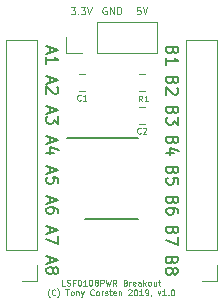
<source format=gbr>
G04 #@! TF.GenerationSoftware,KiCad,Pcbnew,(5.0.2)-1*
G04 #@! TF.CreationDate,2019-08-04T21:59:47-04:00*
G04 #@! TF.ProjectId,LSF0108PWR_Breakout,4c534630-3130-4385-9057-525f42726561,rev?*
G04 #@! TF.SameCoordinates,Original*
G04 #@! TF.FileFunction,Legend,Top*
G04 #@! TF.FilePolarity,Positive*
%FSLAX46Y46*%
G04 Gerber Fmt 4.6, Leading zero omitted, Abs format (unit mm)*
G04 Created by KiCad (PCBNEW (5.0.2)-1) date 8/4/2019 9:59:47 PM*
%MOMM*%
%LPD*%
G01*
G04 APERTURE LIST*
%ADD10C,0.150000*%
%ADD11C,0.050000*%
%ADD12C,0.070000*%
%ADD13C,0.120000*%
%ADD14C,0.060000*%
G04 APERTURE END LIST*
D10*
X126833333Y-80565714D02*
X126833333Y-81041904D01*
X126547619Y-80470476D02*
X127547619Y-80803809D01*
X126547619Y-81137142D01*
X127547619Y-81375238D02*
X127547619Y-81994285D01*
X127166666Y-81660952D01*
X127166666Y-81803809D01*
X127119047Y-81899047D01*
X127071428Y-81946666D01*
X126976190Y-81994285D01*
X126738095Y-81994285D01*
X126642857Y-81946666D01*
X126595238Y-81899047D01*
X126547619Y-81803809D01*
X126547619Y-81518095D01*
X126595238Y-81422857D01*
X126642857Y-81375238D01*
X126833333Y-83105714D02*
X126833333Y-83581904D01*
X126547619Y-83010476D02*
X127547619Y-83343809D01*
X126547619Y-83677142D01*
X127214285Y-84439047D02*
X126547619Y-84439047D01*
X127595238Y-84200952D02*
X126880952Y-83962857D01*
X126880952Y-84581904D01*
D11*
X128147452Y-95711190D02*
X127909357Y-95711190D01*
X127909357Y-95211190D01*
X128290309Y-95687380D02*
X128361738Y-95711190D01*
X128480785Y-95711190D01*
X128528404Y-95687380D01*
X128552214Y-95663571D01*
X128576023Y-95615952D01*
X128576023Y-95568333D01*
X128552214Y-95520714D01*
X128528404Y-95496904D01*
X128480785Y-95473095D01*
X128385547Y-95449285D01*
X128337928Y-95425476D01*
X128314119Y-95401666D01*
X128290309Y-95354047D01*
X128290309Y-95306428D01*
X128314119Y-95258809D01*
X128337928Y-95235000D01*
X128385547Y-95211190D01*
X128504595Y-95211190D01*
X128576023Y-95235000D01*
X128956976Y-95449285D02*
X128790309Y-95449285D01*
X128790309Y-95711190D02*
X128790309Y-95211190D01*
X129028404Y-95211190D01*
X129314119Y-95211190D02*
X129361738Y-95211190D01*
X129409357Y-95235000D01*
X129433166Y-95258809D01*
X129456976Y-95306428D01*
X129480785Y-95401666D01*
X129480785Y-95520714D01*
X129456976Y-95615952D01*
X129433166Y-95663571D01*
X129409357Y-95687380D01*
X129361738Y-95711190D01*
X129314119Y-95711190D01*
X129266500Y-95687380D01*
X129242690Y-95663571D01*
X129218880Y-95615952D01*
X129195071Y-95520714D01*
X129195071Y-95401666D01*
X129218880Y-95306428D01*
X129242690Y-95258809D01*
X129266500Y-95235000D01*
X129314119Y-95211190D01*
X129956976Y-95711190D02*
X129671261Y-95711190D01*
X129814119Y-95711190D02*
X129814119Y-95211190D01*
X129766500Y-95282619D01*
X129718880Y-95330238D01*
X129671261Y-95354047D01*
X130266500Y-95211190D02*
X130314119Y-95211190D01*
X130361738Y-95235000D01*
X130385547Y-95258809D01*
X130409357Y-95306428D01*
X130433166Y-95401666D01*
X130433166Y-95520714D01*
X130409357Y-95615952D01*
X130385547Y-95663571D01*
X130361738Y-95687380D01*
X130314119Y-95711190D01*
X130266500Y-95711190D01*
X130218880Y-95687380D01*
X130195071Y-95663571D01*
X130171261Y-95615952D01*
X130147452Y-95520714D01*
X130147452Y-95401666D01*
X130171261Y-95306428D01*
X130195071Y-95258809D01*
X130218880Y-95235000D01*
X130266500Y-95211190D01*
X130718880Y-95425476D02*
X130671261Y-95401666D01*
X130647452Y-95377857D01*
X130623642Y-95330238D01*
X130623642Y-95306428D01*
X130647452Y-95258809D01*
X130671261Y-95235000D01*
X130718880Y-95211190D01*
X130814119Y-95211190D01*
X130861738Y-95235000D01*
X130885547Y-95258809D01*
X130909357Y-95306428D01*
X130909357Y-95330238D01*
X130885547Y-95377857D01*
X130861738Y-95401666D01*
X130814119Y-95425476D01*
X130718880Y-95425476D01*
X130671261Y-95449285D01*
X130647452Y-95473095D01*
X130623642Y-95520714D01*
X130623642Y-95615952D01*
X130647452Y-95663571D01*
X130671261Y-95687380D01*
X130718880Y-95711190D01*
X130814119Y-95711190D01*
X130861738Y-95687380D01*
X130885547Y-95663571D01*
X130909357Y-95615952D01*
X130909357Y-95520714D01*
X130885547Y-95473095D01*
X130861738Y-95449285D01*
X130814119Y-95425476D01*
X131123642Y-95711190D02*
X131123642Y-95211190D01*
X131314119Y-95211190D01*
X131361738Y-95235000D01*
X131385547Y-95258809D01*
X131409357Y-95306428D01*
X131409357Y-95377857D01*
X131385547Y-95425476D01*
X131361738Y-95449285D01*
X131314119Y-95473095D01*
X131123642Y-95473095D01*
X131576023Y-95211190D02*
X131695071Y-95711190D01*
X131790309Y-95354047D01*
X131885547Y-95711190D01*
X132004595Y-95211190D01*
X132480785Y-95711190D02*
X132314119Y-95473095D01*
X132195071Y-95711190D02*
X132195071Y-95211190D01*
X132385547Y-95211190D01*
X132433166Y-95235000D01*
X132456976Y-95258809D01*
X132480785Y-95306428D01*
X132480785Y-95377857D01*
X132456976Y-95425476D01*
X132433166Y-95449285D01*
X132385547Y-95473095D01*
X132195071Y-95473095D01*
X133242690Y-95449285D02*
X133314119Y-95473095D01*
X133337928Y-95496904D01*
X133361738Y-95544523D01*
X133361738Y-95615952D01*
X133337928Y-95663571D01*
X133314119Y-95687380D01*
X133266500Y-95711190D01*
X133076023Y-95711190D01*
X133076023Y-95211190D01*
X133242690Y-95211190D01*
X133290309Y-95235000D01*
X133314119Y-95258809D01*
X133337928Y-95306428D01*
X133337928Y-95354047D01*
X133314119Y-95401666D01*
X133290309Y-95425476D01*
X133242690Y-95449285D01*
X133076023Y-95449285D01*
X133576023Y-95711190D02*
X133576023Y-95377857D01*
X133576023Y-95473095D02*
X133599833Y-95425476D01*
X133623642Y-95401666D01*
X133671261Y-95377857D01*
X133718880Y-95377857D01*
X134076023Y-95687380D02*
X134028404Y-95711190D01*
X133933166Y-95711190D01*
X133885547Y-95687380D01*
X133861738Y-95639761D01*
X133861738Y-95449285D01*
X133885547Y-95401666D01*
X133933166Y-95377857D01*
X134028404Y-95377857D01*
X134076023Y-95401666D01*
X134099833Y-95449285D01*
X134099833Y-95496904D01*
X133861738Y-95544523D01*
X134528404Y-95711190D02*
X134528404Y-95449285D01*
X134504595Y-95401666D01*
X134456976Y-95377857D01*
X134361738Y-95377857D01*
X134314119Y-95401666D01*
X134528404Y-95687380D02*
X134480785Y-95711190D01*
X134361738Y-95711190D01*
X134314119Y-95687380D01*
X134290309Y-95639761D01*
X134290309Y-95592142D01*
X134314119Y-95544523D01*
X134361738Y-95520714D01*
X134480785Y-95520714D01*
X134528404Y-95496904D01*
X134766500Y-95711190D02*
X134766500Y-95211190D01*
X134814119Y-95520714D02*
X134956976Y-95711190D01*
X134956976Y-95377857D02*
X134766500Y-95568333D01*
X135242690Y-95711190D02*
X135195071Y-95687380D01*
X135171261Y-95663571D01*
X135147452Y-95615952D01*
X135147452Y-95473095D01*
X135171261Y-95425476D01*
X135195071Y-95401666D01*
X135242690Y-95377857D01*
X135314119Y-95377857D01*
X135361738Y-95401666D01*
X135385547Y-95425476D01*
X135409357Y-95473095D01*
X135409357Y-95615952D01*
X135385547Y-95663571D01*
X135361738Y-95687380D01*
X135314119Y-95711190D01*
X135242690Y-95711190D01*
X135837928Y-95377857D02*
X135837928Y-95711190D01*
X135623642Y-95377857D02*
X135623642Y-95639761D01*
X135647452Y-95687380D01*
X135695071Y-95711190D01*
X135766500Y-95711190D01*
X135814119Y-95687380D01*
X135837928Y-95663571D01*
X136004595Y-95377857D02*
X136195071Y-95377857D01*
X136076023Y-95211190D02*
X136076023Y-95639761D01*
X136099833Y-95687380D01*
X136147452Y-95711190D01*
X136195071Y-95711190D01*
X126826023Y-96701666D02*
X126802214Y-96677857D01*
X126754595Y-96606428D01*
X126730785Y-96558809D01*
X126706976Y-96487380D01*
X126683166Y-96368333D01*
X126683166Y-96273095D01*
X126706976Y-96154047D01*
X126730785Y-96082619D01*
X126754595Y-96035000D01*
X126802214Y-95963571D01*
X126826023Y-95939761D01*
X127302214Y-96463571D02*
X127278404Y-96487380D01*
X127206976Y-96511190D01*
X127159357Y-96511190D01*
X127087928Y-96487380D01*
X127040309Y-96439761D01*
X127016500Y-96392142D01*
X126992690Y-96296904D01*
X126992690Y-96225476D01*
X127016500Y-96130238D01*
X127040309Y-96082619D01*
X127087928Y-96035000D01*
X127159357Y-96011190D01*
X127206976Y-96011190D01*
X127278404Y-96035000D01*
X127302214Y-96058809D01*
X127468880Y-96701666D02*
X127492690Y-96677857D01*
X127540309Y-96606428D01*
X127564119Y-96558809D01*
X127587928Y-96487380D01*
X127611738Y-96368333D01*
X127611738Y-96273095D01*
X127587928Y-96154047D01*
X127564119Y-96082619D01*
X127540309Y-96035000D01*
X127492690Y-95963571D01*
X127468880Y-95939761D01*
X128159357Y-96011190D02*
X128445071Y-96011190D01*
X128302214Y-96511190D02*
X128302214Y-96011190D01*
X128683166Y-96511190D02*
X128635547Y-96487380D01*
X128611738Y-96463571D01*
X128587928Y-96415952D01*
X128587928Y-96273095D01*
X128611738Y-96225476D01*
X128635547Y-96201666D01*
X128683166Y-96177857D01*
X128754595Y-96177857D01*
X128802214Y-96201666D01*
X128826023Y-96225476D01*
X128849833Y-96273095D01*
X128849833Y-96415952D01*
X128826023Y-96463571D01*
X128802214Y-96487380D01*
X128754595Y-96511190D01*
X128683166Y-96511190D01*
X129064119Y-96177857D02*
X129064119Y-96511190D01*
X129064119Y-96225476D02*
X129087928Y-96201666D01*
X129135547Y-96177857D01*
X129206976Y-96177857D01*
X129254595Y-96201666D01*
X129278404Y-96249285D01*
X129278404Y-96511190D01*
X129468880Y-96177857D02*
X129587928Y-96511190D01*
X129706976Y-96177857D02*
X129587928Y-96511190D01*
X129540309Y-96630238D01*
X129516500Y-96654047D01*
X129468880Y-96677857D01*
X130564119Y-96463571D02*
X130540309Y-96487380D01*
X130468880Y-96511190D01*
X130421261Y-96511190D01*
X130349833Y-96487380D01*
X130302214Y-96439761D01*
X130278404Y-96392142D01*
X130254595Y-96296904D01*
X130254595Y-96225476D01*
X130278404Y-96130238D01*
X130302214Y-96082619D01*
X130349833Y-96035000D01*
X130421261Y-96011190D01*
X130468880Y-96011190D01*
X130540309Y-96035000D01*
X130564119Y-96058809D01*
X130849833Y-96511190D02*
X130802214Y-96487380D01*
X130778404Y-96463571D01*
X130754595Y-96415952D01*
X130754595Y-96273095D01*
X130778404Y-96225476D01*
X130802214Y-96201666D01*
X130849833Y-96177857D01*
X130921261Y-96177857D01*
X130968880Y-96201666D01*
X130992690Y-96225476D01*
X131016500Y-96273095D01*
X131016500Y-96415952D01*
X130992690Y-96463571D01*
X130968880Y-96487380D01*
X130921261Y-96511190D01*
X130849833Y-96511190D01*
X131230785Y-96511190D02*
X131230785Y-96177857D01*
X131230785Y-96273095D02*
X131254595Y-96225476D01*
X131278404Y-96201666D01*
X131326023Y-96177857D01*
X131373642Y-96177857D01*
X131516500Y-96487380D02*
X131564119Y-96511190D01*
X131659357Y-96511190D01*
X131706976Y-96487380D01*
X131730785Y-96439761D01*
X131730785Y-96415952D01*
X131706976Y-96368333D01*
X131659357Y-96344523D01*
X131587928Y-96344523D01*
X131540309Y-96320714D01*
X131516500Y-96273095D01*
X131516500Y-96249285D01*
X131540309Y-96201666D01*
X131587928Y-96177857D01*
X131659357Y-96177857D01*
X131706976Y-96201666D01*
X131873642Y-96177857D02*
X132064119Y-96177857D01*
X131945071Y-96011190D02*
X131945071Y-96439761D01*
X131968880Y-96487380D01*
X132016500Y-96511190D01*
X132064119Y-96511190D01*
X132421261Y-96487380D02*
X132373642Y-96511190D01*
X132278404Y-96511190D01*
X132230785Y-96487380D01*
X132206976Y-96439761D01*
X132206976Y-96249285D01*
X132230785Y-96201666D01*
X132278404Y-96177857D01*
X132373642Y-96177857D01*
X132421261Y-96201666D01*
X132445071Y-96249285D01*
X132445071Y-96296904D01*
X132206976Y-96344523D01*
X132659357Y-96177857D02*
X132659357Y-96511190D01*
X132659357Y-96225476D02*
X132683166Y-96201666D01*
X132730785Y-96177857D01*
X132802214Y-96177857D01*
X132849833Y-96201666D01*
X132873642Y-96249285D01*
X132873642Y-96511190D01*
X133468880Y-96058809D02*
X133492690Y-96035000D01*
X133540309Y-96011190D01*
X133659357Y-96011190D01*
X133706976Y-96035000D01*
X133730785Y-96058809D01*
X133754595Y-96106428D01*
X133754595Y-96154047D01*
X133730785Y-96225476D01*
X133445071Y-96511190D01*
X133754595Y-96511190D01*
X134064119Y-96011190D02*
X134111738Y-96011190D01*
X134159357Y-96035000D01*
X134183166Y-96058809D01*
X134206976Y-96106428D01*
X134230785Y-96201666D01*
X134230785Y-96320714D01*
X134206976Y-96415952D01*
X134183166Y-96463571D01*
X134159357Y-96487380D01*
X134111738Y-96511190D01*
X134064119Y-96511190D01*
X134016500Y-96487380D01*
X133992690Y-96463571D01*
X133968880Y-96415952D01*
X133945071Y-96320714D01*
X133945071Y-96201666D01*
X133968880Y-96106428D01*
X133992690Y-96058809D01*
X134016500Y-96035000D01*
X134064119Y-96011190D01*
X134706976Y-96511190D02*
X134421261Y-96511190D01*
X134564119Y-96511190D02*
X134564119Y-96011190D01*
X134516500Y-96082619D01*
X134468880Y-96130238D01*
X134421261Y-96154047D01*
X134945071Y-96511190D02*
X135040309Y-96511190D01*
X135087928Y-96487380D01*
X135111738Y-96463571D01*
X135159357Y-96392142D01*
X135183166Y-96296904D01*
X135183166Y-96106428D01*
X135159357Y-96058809D01*
X135135547Y-96035000D01*
X135087928Y-96011190D01*
X134992690Y-96011190D01*
X134945071Y-96035000D01*
X134921261Y-96058809D01*
X134897452Y-96106428D01*
X134897452Y-96225476D01*
X134921261Y-96273095D01*
X134945071Y-96296904D01*
X134992690Y-96320714D01*
X135087928Y-96320714D01*
X135135547Y-96296904D01*
X135159357Y-96273095D01*
X135183166Y-96225476D01*
X135421261Y-96487380D02*
X135421261Y-96511190D01*
X135397452Y-96558809D01*
X135373642Y-96582619D01*
X135968880Y-96177857D02*
X136087928Y-96511190D01*
X136206976Y-96177857D01*
X136659357Y-96511190D02*
X136373642Y-96511190D01*
X136516500Y-96511190D02*
X136516500Y-96011190D01*
X136468880Y-96082619D01*
X136421261Y-96130238D01*
X136373642Y-96154047D01*
X136873642Y-96463571D02*
X136897452Y-96487380D01*
X136873642Y-96511190D01*
X136849833Y-96487380D01*
X136873642Y-96463571D01*
X136873642Y-96511190D01*
X137206976Y-96011190D02*
X137254595Y-96011190D01*
X137302214Y-96035000D01*
X137326023Y-96058809D01*
X137349833Y-96106428D01*
X137373642Y-96201666D01*
X137373642Y-96320714D01*
X137349833Y-96415952D01*
X137326023Y-96463571D01*
X137302214Y-96487380D01*
X137254595Y-96511190D01*
X137206976Y-96511190D01*
X137159357Y-96487380D01*
X137135547Y-96463571D01*
X137111738Y-96415952D01*
X137087928Y-96320714D01*
X137087928Y-96201666D01*
X137111738Y-96106428D01*
X137135547Y-96058809D01*
X137159357Y-96035000D01*
X137206976Y-96011190D01*
D12*
X134505714Y-72124928D02*
X134220000Y-72124928D01*
X134191428Y-72410642D01*
X134220000Y-72382071D01*
X134277142Y-72353500D01*
X134420000Y-72353500D01*
X134477142Y-72382071D01*
X134505714Y-72410642D01*
X134534285Y-72467785D01*
X134534285Y-72610642D01*
X134505714Y-72667785D01*
X134477142Y-72696357D01*
X134420000Y-72724928D01*
X134277142Y-72724928D01*
X134220000Y-72696357D01*
X134191428Y-72667785D01*
X134705714Y-72124928D02*
X134905714Y-72724928D01*
X135105714Y-72124928D01*
X131622857Y-72153500D02*
X131565714Y-72124928D01*
X131480000Y-72124928D01*
X131394285Y-72153500D01*
X131337142Y-72210642D01*
X131308571Y-72267785D01*
X131280000Y-72382071D01*
X131280000Y-72467785D01*
X131308571Y-72582071D01*
X131337142Y-72639214D01*
X131394285Y-72696357D01*
X131480000Y-72724928D01*
X131537142Y-72724928D01*
X131622857Y-72696357D01*
X131651428Y-72667785D01*
X131651428Y-72467785D01*
X131537142Y-72467785D01*
X131908571Y-72724928D02*
X131908571Y-72124928D01*
X132251428Y-72724928D01*
X132251428Y-72124928D01*
X132537142Y-72724928D02*
X132537142Y-72124928D01*
X132680000Y-72124928D01*
X132765714Y-72153500D01*
X132822857Y-72210642D01*
X132851428Y-72267785D01*
X132880000Y-72382071D01*
X132880000Y-72467785D01*
X132851428Y-72582071D01*
X132822857Y-72639214D01*
X132765714Y-72696357D01*
X132680000Y-72724928D01*
X132537142Y-72724928D01*
X128590785Y-72124928D02*
X128962214Y-72124928D01*
X128762214Y-72353500D01*
X128847928Y-72353500D01*
X128905071Y-72382071D01*
X128933642Y-72410642D01*
X128962214Y-72467785D01*
X128962214Y-72610642D01*
X128933642Y-72667785D01*
X128905071Y-72696357D01*
X128847928Y-72724928D01*
X128676500Y-72724928D01*
X128619357Y-72696357D01*
X128590785Y-72667785D01*
X129219357Y-72667785D02*
X129247928Y-72696357D01*
X129219357Y-72724928D01*
X129190785Y-72696357D01*
X129219357Y-72667785D01*
X129219357Y-72724928D01*
X129447928Y-72124928D02*
X129819357Y-72124928D01*
X129619357Y-72353500D01*
X129705071Y-72353500D01*
X129762214Y-72382071D01*
X129790785Y-72410642D01*
X129819357Y-72467785D01*
X129819357Y-72610642D01*
X129790785Y-72667785D01*
X129762214Y-72696357D01*
X129705071Y-72724928D01*
X129533642Y-72724928D01*
X129476500Y-72696357D01*
X129447928Y-72667785D01*
X129990785Y-72124928D02*
X130190785Y-72724928D01*
X130390785Y-72124928D01*
D10*
X137231428Y-83415238D02*
X137183809Y-83558095D01*
X137136190Y-83605714D01*
X137040952Y-83653333D01*
X136898095Y-83653333D01*
X136802857Y-83605714D01*
X136755238Y-83558095D01*
X136707619Y-83462857D01*
X136707619Y-83081904D01*
X137707619Y-83081904D01*
X137707619Y-83415238D01*
X137660000Y-83510476D01*
X137612380Y-83558095D01*
X137517142Y-83605714D01*
X137421904Y-83605714D01*
X137326666Y-83558095D01*
X137279047Y-83510476D01*
X137231428Y-83415238D01*
X137231428Y-83081904D01*
X137374285Y-84510476D02*
X136707619Y-84510476D01*
X137755238Y-84272380D02*
X137040952Y-84034285D01*
X137040952Y-84653333D01*
X137231428Y-91035238D02*
X137183809Y-91178095D01*
X137136190Y-91225714D01*
X137040952Y-91273333D01*
X136898095Y-91273333D01*
X136802857Y-91225714D01*
X136755238Y-91178095D01*
X136707619Y-91082857D01*
X136707619Y-90701904D01*
X137707619Y-90701904D01*
X137707619Y-91035238D01*
X137660000Y-91130476D01*
X137612380Y-91178095D01*
X137517142Y-91225714D01*
X137421904Y-91225714D01*
X137326666Y-91178095D01*
X137279047Y-91130476D01*
X137231428Y-91035238D01*
X137231428Y-90701904D01*
X137707619Y-91606666D02*
X137707619Y-92273333D01*
X136707619Y-91844761D01*
X137231428Y-85955238D02*
X137183809Y-86098095D01*
X137136190Y-86145714D01*
X137040952Y-86193333D01*
X136898095Y-86193333D01*
X136802857Y-86145714D01*
X136755238Y-86098095D01*
X136707619Y-86002857D01*
X136707619Y-85621904D01*
X137707619Y-85621904D01*
X137707619Y-85955238D01*
X137660000Y-86050476D01*
X137612380Y-86098095D01*
X137517142Y-86145714D01*
X137421904Y-86145714D01*
X137326666Y-86098095D01*
X137279047Y-86050476D01*
X137231428Y-85955238D01*
X137231428Y-85621904D01*
X137707619Y-87098095D02*
X137707619Y-86621904D01*
X137231428Y-86574285D01*
X137279047Y-86621904D01*
X137326666Y-86717142D01*
X137326666Y-86955238D01*
X137279047Y-87050476D01*
X137231428Y-87098095D01*
X137136190Y-87145714D01*
X136898095Y-87145714D01*
X136802857Y-87098095D01*
X136755238Y-87050476D01*
X136707619Y-86955238D01*
X136707619Y-86717142D01*
X136755238Y-86621904D01*
X136802857Y-86574285D01*
X137180628Y-93575238D02*
X137133009Y-93718095D01*
X137085390Y-93765714D01*
X136990152Y-93813333D01*
X136847295Y-93813333D01*
X136752057Y-93765714D01*
X136704438Y-93718095D01*
X136656819Y-93622857D01*
X136656819Y-93241904D01*
X137656819Y-93241904D01*
X137656819Y-93575238D01*
X137609200Y-93670476D01*
X137561580Y-93718095D01*
X137466342Y-93765714D01*
X137371104Y-93765714D01*
X137275866Y-93718095D01*
X137228247Y-93670476D01*
X137180628Y-93575238D01*
X137180628Y-93241904D01*
X137228247Y-94384761D02*
X137275866Y-94289523D01*
X137323485Y-94241904D01*
X137418723Y-94194285D01*
X137466342Y-94194285D01*
X137561580Y-94241904D01*
X137609200Y-94289523D01*
X137656819Y-94384761D01*
X137656819Y-94575238D01*
X137609200Y-94670476D01*
X137561580Y-94718095D01*
X137466342Y-94765714D01*
X137418723Y-94765714D01*
X137323485Y-94718095D01*
X137275866Y-94670476D01*
X137228247Y-94575238D01*
X137228247Y-94384761D01*
X137180628Y-94289523D01*
X137133009Y-94241904D01*
X137037771Y-94194285D01*
X136847295Y-94194285D01*
X136752057Y-94241904D01*
X136704438Y-94289523D01*
X136656819Y-94384761D01*
X136656819Y-94575238D01*
X136704438Y-94670476D01*
X136752057Y-94718095D01*
X136847295Y-94765714D01*
X137037771Y-94765714D01*
X137133009Y-94718095D01*
X137180628Y-94670476D01*
X137228247Y-94575238D01*
X137231428Y-75795238D02*
X137183809Y-75938095D01*
X137136190Y-75985714D01*
X137040952Y-76033333D01*
X136898095Y-76033333D01*
X136802857Y-75985714D01*
X136755238Y-75938095D01*
X136707619Y-75842857D01*
X136707619Y-75461904D01*
X137707619Y-75461904D01*
X137707619Y-75795238D01*
X137660000Y-75890476D01*
X137612380Y-75938095D01*
X137517142Y-75985714D01*
X137421904Y-75985714D01*
X137326666Y-75938095D01*
X137279047Y-75890476D01*
X137231428Y-75795238D01*
X137231428Y-75461904D01*
X136707619Y-76985714D02*
X136707619Y-76414285D01*
X136707619Y-76700000D02*
X137707619Y-76700000D01*
X137564761Y-76604761D01*
X137469523Y-76509523D01*
X137421904Y-76414285D01*
X137231428Y-78335238D02*
X137183809Y-78478095D01*
X137136190Y-78525714D01*
X137040952Y-78573333D01*
X136898095Y-78573333D01*
X136802857Y-78525714D01*
X136755238Y-78478095D01*
X136707619Y-78382857D01*
X136707619Y-78001904D01*
X137707619Y-78001904D01*
X137707619Y-78335238D01*
X137660000Y-78430476D01*
X137612380Y-78478095D01*
X137517142Y-78525714D01*
X137421904Y-78525714D01*
X137326666Y-78478095D01*
X137279047Y-78430476D01*
X137231428Y-78335238D01*
X137231428Y-78001904D01*
X137612380Y-78954285D02*
X137660000Y-79001904D01*
X137707619Y-79097142D01*
X137707619Y-79335238D01*
X137660000Y-79430476D01*
X137612380Y-79478095D01*
X137517142Y-79525714D01*
X137421904Y-79525714D01*
X137279047Y-79478095D01*
X136707619Y-78906666D01*
X136707619Y-79525714D01*
X137231428Y-88495238D02*
X137183809Y-88638095D01*
X137136190Y-88685714D01*
X137040952Y-88733333D01*
X136898095Y-88733333D01*
X136802857Y-88685714D01*
X136755238Y-88638095D01*
X136707619Y-88542857D01*
X136707619Y-88161904D01*
X137707619Y-88161904D01*
X137707619Y-88495238D01*
X137660000Y-88590476D01*
X137612380Y-88638095D01*
X137517142Y-88685714D01*
X137421904Y-88685714D01*
X137326666Y-88638095D01*
X137279047Y-88590476D01*
X137231428Y-88495238D01*
X137231428Y-88161904D01*
X137707619Y-89590476D02*
X137707619Y-89400000D01*
X137660000Y-89304761D01*
X137612380Y-89257142D01*
X137469523Y-89161904D01*
X137279047Y-89114285D01*
X136898095Y-89114285D01*
X136802857Y-89161904D01*
X136755238Y-89209523D01*
X136707619Y-89304761D01*
X136707619Y-89495238D01*
X136755238Y-89590476D01*
X136802857Y-89638095D01*
X136898095Y-89685714D01*
X137136190Y-89685714D01*
X137231428Y-89638095D01*
X137279047Y-89590476D01*
X137326666Y-89495238D01*
X137326666Y-89304761D01*
X137279047Y-89209523D01*
X137231428Y-89161904D01*
X137136190Y-89114285D01*
X137231428Y-80875238D02*
X137183809Y-81018095D01*
X137136190Y-81065714D01*
X137040952Y-81113333D01*
X136898095Y-81113333D01*
X136802857Y-81065714D01*
X136755238Y-81018095D01*
X136707619Y-80922857D01*
X136707619Y-80541904D01*
X137707619Y-80541904D01*
X137707619Y-80875238D01*
X137660000Y-80970476D01*
X137612380Y-81018095D01*
X137517142Y-81065714D01*
X137421904Y-81065714D01*
X137326666Y-81018095D01*
X137279047Y-80970476D01*
X137231428Y-80875238D01*
X137231428Y-80541904D01*
X137707619Y-81446666D02*
X137707619Y-82065714D01*
X137326666Y-81732380D01*
X137326666Y-81875238D01*
X137279047Y-81970476D01*
X137231428Y-82018095D01*
X137136190Y-82065714D01*
X136898095Y-82065714D01*
X136802857Y-82018095D01*
X136755238Y-81970476D01*
X136707619Y-81875238D01*
X136707619Y-81589523D01*
X136755238Y-81494285D01*
X136802857Y-81446666D01*
X126833333Y-93265714D02*
X126833333Y-93741904D01*
X126547619Y-93170476D02*
X127547619Y-93503809D01*
X126547619Y-93837142D01*
X127119047Y-94313333D02*
X127166666Y-94218095D01*
X127214285Y-94170476D01*
X127309523Y-94122857D01*
X127357142Y-94122857D01*
X127452380Y-94170476D01*
X127500000Y-94218095D01*
X127547619Y-94313333D01*
X127547619Y-94503809D01*
X127500000Y-94599047D01*
X127452380Y-94646666D01*
X127357142Y-94694285D01*
X127309523Y-94694285D01*
X127214285Y-94646666D01*
X127166666Y-94599047D01*
X127119047Y-94503809D01*
X127119047Y-94313333D01*
X127071428Y-94218095D01*
X127023809Y-94170476D01*
X126928571Y-94122857D01*
X126738095Y-94122857D01*
X126642857Y-94170476D01*
X126595238Y-94218095D01*
X126547619Y-94313333D01*
X126547619Y-94503809D01*
X126595238Y-94599047D01*
X126642857Y-94646666D01*
X126738095Y-94694285D01*
X126928571Y-94694285D01*
X127023809Y-94646666D01*
X127071428Y-94599047D01*
X127119047Y-94503809D01*
X126833333Y-90725714D02*
X126833333Y-91201904D01*
X126547619Y-90630476D02*
X127547619Y-90963809D01*
X126547619Y-91297142D01*
X127547619Y-91535238D02*
X127547619Y-92201904D01*
X126547619Y-91773333D01*
X126833333Y-88185714D02*
X126833333Y-88661904D01*
X126547619Y-88090476D02*
X127547619Y-88423809D01*
X126547619Y-88757142D01*
X127547619Y-89519047D02*
X127547619Y-89328571D01*
X127500000Y-89233333D01*
X127452380Y-89185714D01*
X127309523Y-89090476D01*
X127119047Y-89042857D01*
X126738095Y-89042857D01*
X126642857Y-89090476D01*
X126595238Y-89138095D01*
X126547619Y-89233333D01*
X126547619Y-89423809D01*
X126595238Y-89519047D01*
X126642857Y-89566666D01*
X126738095Y-89614285D01*
X126976190Y-89614285D01*
X127071428Y-89566666D01*
X127119047Y-89519047D01*
X127166666Y-89423809D01*
X127166666Y-89233333D01*
X127119047Y-89138095D01*
X127071428Y-89090476D01*
X126976190Y-89042857D01*
X126833333Y-85645714D02*
X126833333Y-86121904D01*
X126547619Y-85550476D02*
X127547619Y-85883809D01*
X126547619Y-86217142D01*
X127547619Y-87026666D02*
X127547619Y-86550476D01*
X127071428Y-86502857D01*
X127119047Y-86550476D01*
X127166666Y-86645714D01*
X127166666Y-86883809D01*
X127119047Y-86979047D01*
X127071428Y-87026666D01*
X126976190Y-87074285D01*
X126738095Y-87074285D01*
X126642857Y-87026666D01*
X126595238Y-86979047D01*
X126547619Y-86883809D01*
X126547619Y-86645714D01*
X126595238Y-86550476D01*
X126642857Y-86502857D01*
X126833333Y-78025714D02*
X126833333Y-78501904D01*
X126547619Y-77930476D02*
X127547619Y-78263809D01*
X126547619Y-78597142D01*
X127452380Y-78882857D02*
X127500000Y-78930476D01*
X127547619Y-79025714D01*
X127547619Y-79263809D01*
X127500000Y-79359047D01*
X127452380Y-79406666D01*
X127357142Y-79454285D01*
X127261904Y-79454285D01*
X127119047Y-79406666D01*
X126547619Y-78835238D01*
X126547619Y-79454285D01*
X126833333Y-75485714D02*
X126833333Y-75961904D01*
X126547619Y-75390476D02*
X127547619Y-75723809D01*
X126547619Y-76057142D01*
X126547619Y-76914285D02*
X126547619Y-76342857D01*
X126547619Y-76628571D02*
X127547619Y-76628571D01*
X127404761Y-76533333D01*
X127309523Y-76438095D01*
X127261904Y-76342857D01*
D13*
G04 #@! TO.C,C1*
X129278748Y-79196000D02*
X129801252Y-79196000D01*
X129278748Y-77776000D02*
X129801252Y-77776000D01*
G04 #@! TO.C,C2*
X134358748Y-80570000D02*
X134881252Y-80570000D01*
X134358748Y-81990000D02*
X134881252Y-81990000D01*
G04 #@! TO.C,J1*
X125790000Y-74870000D02*
X123130000Y-74870000D01*
X125790000Y-92710000D02*
X125790000Y-74870000D01*
X123130000Y-92710000D02*
X123130000Y-74870000D01*
X125790000Y-92710000D02*
X123130000Y-92710000D01*
X125790000Y-93980000D02*
X125790000Y-95310000D01*
X125790000Y-95310000D02*
X124460000Y-95310000D01*
G04 #@! TO.C,J2*
X141030000Y-95310000D02*
X139700000Y-95310000D01*
X141030000Y-93980000D02*
X141030000Y-95310000D01*
X141030000Y-92710000D02*
X138370000Y-92710000D01*
X138370000Y-92710000D02*
X138370000Y-74870000D01*
X141030000Y-92710000D02*
X141030000Y-74870000D01*
X141030000Y-74870000D02*
X138370000Y-74870000D01*
G04 #@! TO.C,J3*
X135950000Y-76006000D02*
X135950000Y-73346000D01*
X130810000Y-76006000D02*
X135950000Y-76006000D01*
X130810000Y-73346000D02*
X135950000Y-73346000D01*
X130810000Y-76006000D02*
X130810000Y-73346000D01*
X129540000Y-76006000D02*
X128210000Y-76006000D01*
X128210000Y-76006000D02*
X128210000Y-74676000D01*
D10*
G04 #@! TO.C,U1*
X129855000Y-90064000D02*
X134305000Y-90064000D01*
X128330000Y-83164000D02*
X134305000Y-83164000D01*
D13*
G04 #@! TO.C,R1*
X134881252Y-79196000D02*
X134358748Y-79196000D01*
X134881252Y-77776000D02*
X134358748Y-77776000D01*
G04 #@! TO.C,C1*
D14*
X129456666Y-79998071D02*
X129432857Y-80021880D01*
X129361428Y-80045690D01*
X129313809Y-80045690D01*
X129242380Y-80021880D01*
X129194761Y-79974261D01*
X129170952Y-79926642D01*
X129147142Y-79831404D01*
X129147142Y-79759976D01*
X129170952Y-79664738D01*
X129194761Y-79617119D01*
X129242380Y-79569500D01*
X129313809Y-79545690D01*
X129361428Y-79545690D01*
X129432857Y-79569500D01*
X129456666Y-79593309D01*
X129932857Y-80045690D02*
X129647142Y-80045690D01*
X129790000Y-80045690D02*
X129790000Y-79545690D01*
X129742380Y-79617119D01*
X129694761Y-79664738D01*
X129647142Y-79688547D01*
G04 #@! TO.C,C2*
X134536666Y-82792071D02*
X134512857Y-82815880D01*
X134441428Y-82839690D01*
X134393809Y-82839690D01*
X134322380Y-82815880D01*
X134274761Y-82768261D01*
X134250952Y-82720642D01*
X134227142Y-82625404D01*
X134227142Y-82553976D01*
X134250952Y-82458738D01*
X134274761Y-82411119D01*
X134322380Y-82363500D01*
X134393809Y-82339690D01*
X134441428Y-82339690D01*
X134512857Y-82363500D01*
X134536666Y-82387309D01*
X134727142Y-82387309D02*
X134750952Y-82363500D01*
X134798571Y-82339690D01*
X134917619Y-82339690D01*
X134965238Y-82363500D01*
X134989047Y-82387309D01*
X135012857Y-82434928D01*
X135012857Y-82482547D01*
X134989047Y-82553976D01*
X134703333Y-82839690D01*
X135012857Y-82839690D01*
G04 #@! TO.C,R1*
X134663666Y-80109190D02*
X134497000Y-79871095D01*
X134377952Y-80109190D02*
X134377952Y-79609190D01*
X134568428Y-79609190D01*
X134616047Y-79633000D01*
X134639857Y-79656809D01*
X134663666Y-79704428D01*
X134663666Y-79775857D01*
X134639857Y-79823476D01*
X134616047Y-79847285D01*
X134568428Y-79871095D01*
X134377952Y-79871095D01*
X135139857Y-80109190D02*
X134854142Y-80109190D01*
X134997000Y-80109190D02*
X134997000Y-79609190D01*
X134949380Y-79680619D01*
X134901761Y-79728238D01*
X134854142Y-79752047D01*
G04 #@! TD*
M02*

</source>
